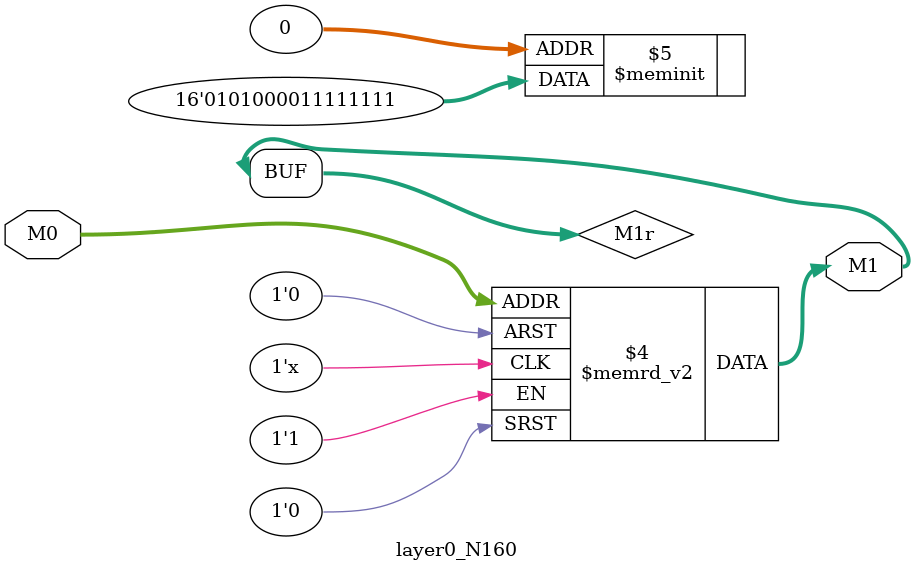
<source format=v>
module layer0_N160 ( input [2:0] M0, output [1:0] M1 );

	(*rom_style = "distributed" *) reg [1:0] M1r;
	assign M1 = M1r;
	always @ (M0) begin
		case (M0)
			3'b000: M1r = 2'b11;
			3'b100: M1r = 2'b00;
			3'b010: M1r = 2'b11;
			3'b110: M1r = 2'b01;
			3'b001: M1r = 2'b11;
			3'b101: M1r = 2'b00;
			3'b011: M1r = 2'b11;
			3'b111: M1r = 2'b01;

		endcase
	end
endmodule

</source>
